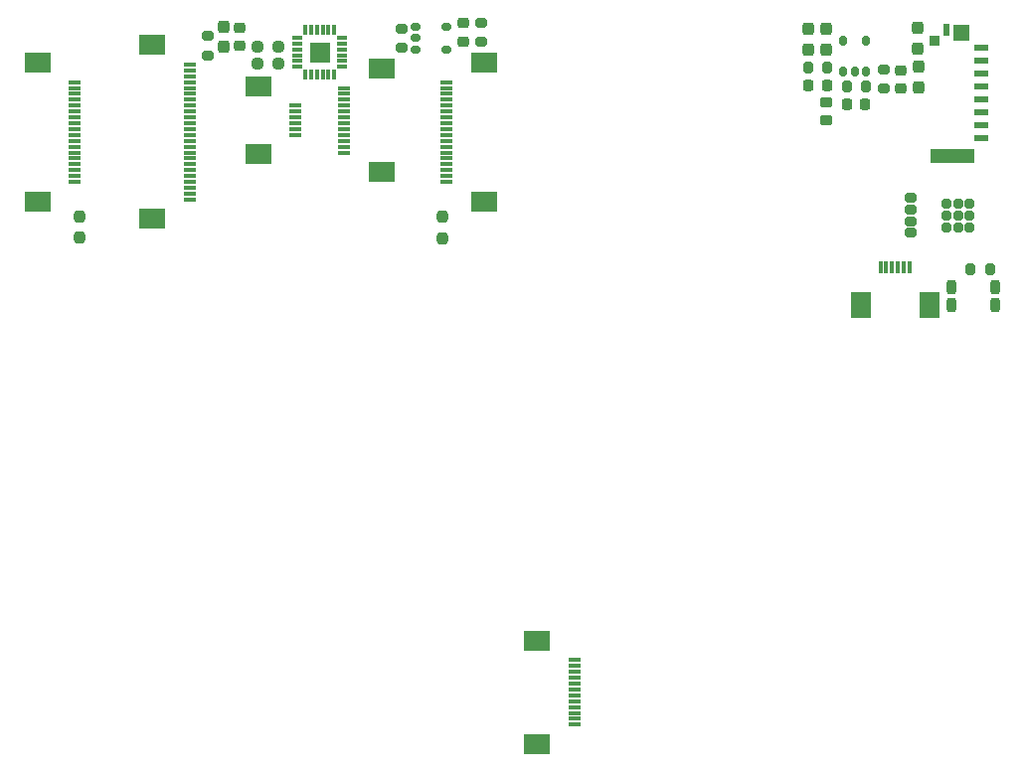
<source format=gbr>
%TF.GenerationSoftware,KiCad,Pcbnew,8.0.5*%
%TF.CreationDate,2024-12-31T14:00:23+11:00*%
%TF.ProjectId,Combined_Fabrication,436f6d62-696e-4656-945f-466162726963,rev?*%
%TF.SameCoordinates,Original*%
%TF.FileFunction,Paste,Bot*%
%TF.FilePolarity,Positive*%
%FSLAX46Y46*%
G04 Gerber Fmt 4.6, Leading zero omitted, Abs format (unit mm)*
G04 Created by KiCad (PCBNEW 8.0.5) date 2024-12-31 14:00:23*
%MOMM*%
%LPD*%
G01*
G04 APERTURE LIST*
G04 Aperture macros list*
%AMRoundRect*
0 Rectangle with rounded corners*
0 $1 Rounding radius*
0 $2 $3 $4 $5 $6 $7 $8 $9 X,Y pos of 4 corners*
0 Add a 4 corners polygon primitive as box body*
4,1,4,$2,$3,$4,$5,$6,$7,$8,$9,$2,$3,0*
0 Add four circle primitives for the rounded corners*
1,1,$1+$1,$2,$3*
1,1,$1+$1,$4,$5*
1,1,$1+$1,$6,$7*
1,1,$1+$1,$8,$9*
0 Add four rect primitives between the rounded corners*
20,1,$1+$1,$2,$3,$4,$5,0*
20,1,$1+$1,$4,$5,$6,$7,0*
20,1,$1+$1,$6,$7,$8,$9,0*
20,1,$1+$1,$8,$9,$2,$3,0*%
G04 Aperture macros list end*
%ADD10C,0.010000*%
%ADD11RoundRect,0.150000X-0.150000X0.250000X-0.150000X-0.250000X0.150000X-0.250000X0.150000X0.250000X0*%
%ADD12RoundRect,0.237500X0.237500X-0.300000X0.237500X0.300000X-0.237500X0.300000X-0.237500X-0.300000X0*%
%ADD13RoundRect,0.200000X0.200000X0.400000X-0.200000X0.400000X-0.200000X-0.400000X0.200000X-0.400000X0*%
%ADD14RoundRect,0.225000X0.250000X-0.225000X0.250000X0.225000X-0.250000X0.225000X-0.250000X-0.225000X0*%
%ADD15RoundRect,0.200000X-0.200000X-0.275000X0.200000X-0.275000X0.200000X0.275000X-0.200000X0.275000X0*%
%ADD16R,1.244600X0.609600*%
%ADD17R,3.784600X1.193800*%
%ADD18R,1.400000X1.447800*%
%ADD19R,0.609600X0.990600*%
%ADD20R,0.838200X0.939800*%
%ADD21RoundRect,0.200000X0.200000X0.275000X-0.200000X0.275000X-0.200000X-0.275000X0.200000X-0.275000X0*%
%ADD22RoundRect,0.200000X0.275000X-0.200000X0.275000X0.200000X-0.275000X0.200000X-0.275000X-0.200000X0*%
%ADD23R,1.800000X2.200000*%
%ADD24R,0.300000X1.100000*%
%ADD25RoundRect,0.200000X-0.300000X0.200000X-0.300000X-0.200000X0.300000X-0.200000X0.300000X0.200000X0*%
%ADD26RoundRect,0.200000X-0.200000X0.200000X-0.200000X-0.200000X0.200000X-0.200000X0.200000X0.200000X0*%
%ADD27RoundRect,0.225000X0.225000X0.250000X-0.225000X0.250000X-0.225000X-0.250000X0.225000X-0.250000X0*%
%ADD28RoundRect,0.135000X0.350000X-0.315000X0.350000X0.315000X-0.350000X0.315000X-0.350000X-0.315000X0*%
%ADD29R,2.200000X1.800000*%
%ADD30R,1.100000X0.300000*%
%ADD31RoundRect,0.150000X0.250000X0.150000X-0.250000X0.150000X-0.250000X-0.150000X0.250000X-0.150000X0*%
%ADD32RoundRect,0.200000X-0.275000X0.200000X-0.275000X-0.200000X0.275000X-0.200000X0.275000X0.200000X0*%
%ADD33RoundRect,0.237500X-0.250000X-0.237500X0.250000X-0.237500X0.250000X0.237500X-0.250000X0.237500X0*%
%ADD34RoundRect,0.237500X-0.237500X0.250000X-0.237500X-0.250000X0.237500X-0.250000X0.237500X0.250000X0*%
%ADD35RoundRect,0.033750X-0.101250X0.396250X-0.101250X-0.396250X0.101250X-0.396250X0.101250X0.396250X0*%
%ADD36RoundRect,0.033750X-0.396250X0.101250X-0.396250X-0.101250X0.396250X-0.101250X0.396250X0.101250X0*%
G04 APERTURE END LIST*
D10*
%TO.C,U2*%
X131820000Y-60520000D02*
X130180000Y-60520000D01*
X130180000Y-58880000D01*
X131820000Y-58880000D01*
X131820000Y-60520000D01*
G36*
X131820000Y-60520000D02*
G01*
X130180000Y-60520000D01*
X130180000Y-58880000D01*
X131820000Y-58880000D01*
X131820000Y-60520000D01*
G37*
%TD*%
D11*
%TO.C,U4*%
X177499999Y-61350001D03*
X176549999Y-61350001D03*
X175599999Y-61350001D03*
X175599999Y-58750001D03*
X177499999Y-58750001D03*
%TD*%
D12*
%TO.C,C9*%
X182000000Y-62662502D03*
X182000000Y-60937500D03*
%TD*%
D13*
%TO.C,BootSW1*%
X188500000Y-81200002D03*
X188500000Y-79700000D03*
X184800000Y-81200002D03*
X184800000Y-79700000D03*
%TD*%
D14*
%TO.C,C13*%
X180500000Y-62775000D03*
X180500000Y-61225000D03*
%TD*%
D15*
%TO.C,R2*%
X186424999Y-78200001D03*
X188074999Y-78200001D03*
%TD*%
D16*
%TO.C,J3*%
X187333899Y-59349988D03*
X187333899Y-60449989D03*
X187333898Y-61549989D03*
X187333899Y-62649990D03*
X187333899Y-63749987D03*
X187333899Y-64849988D03*
X187333899Y-65949988D03*
X187333899Y-67049988D03*
D17*
X184853592Y-68505412D03*
D18*
X185605894Y-58021600D03*
D19*
X184351093Y-57793001D03*
D20*
X183363199Y-58745500D03*
%TD*%
D21*
%TO.C,R1*%
X174225000Y-61000001D03*
X172575000Y-61000001D03*
%TD*%
D22*
%TO.C,C12*%
X179000000Y-62825000D03*
X179000000Y-61175000D03*
%TD*%
D12*
%TO.C,C7*%
X174099999Y-59462501D03*
X174099999Y-57737499D03*
%TD*%
D23*
%TO.C,U3*%
X182899999Y-81200000D03*
X177099999Y-81200000D03*
D24*
X181249999Y-78000000D03*
X180750000Y-78000000D03*
X180249999Y-78000000D03*
X179749999Y-78000000D03*
X179249998Y-78000000D03*
X178749999Y-78000000D03*
%TD*%
D25*
%TO.C,U1*%
X181349999Y-72100001D03*
X181349998Y-73100001D03*
X181349998Y-74100001D03*
D26*
X186349999Y-74600001D03*
X186349999Y-73600001D03*
X186349999Y-72600001D03*
X185349999Y-74600001D03*
X185349999Y-73600001D03*
X185349999Y-72600001D03*
X184349999Y-74600001D03*
X184349999Y-73600001D03*
X184349999Y-72600001D03*
D25*
X181349999Y-75100001D03*
%TD*%
D27*
%TO.C,C1*%
X177475000Y-64150001D03*
X175925000Y-64150001D03*
%TD*%
D28*
%TO.C,L1*%
X174099999Y-65535002D03*
X174099999Y-63965002D03*
%TD*%
D12*
%TO.C,C10*%
X181950000Y-59362502D03*
X181950000Y-57637500D03*
%TD*%
%TO.C,C8*%
X172600001Y-59462503D03*
X172600001Y-57737501D03*
%TD*%
D27*
%TO.C,C6*%
X174175000Y-62500001D03*
X172625000Y-62500001D03*
%TD*%
D21*
%TO.C,C11*%
X177524999Y-62650000D03*
X175874999Y-62650000D03*
%TD*%
D14*
%TO.C,C5*%
X143250000Y-58774999D03*
X143250000Y-57224999D03*
%TD*%
D29*
%TO.C,U9*%
X106950000Y-72400000D03*
X106950000Y-60600000D03*
D30*
X110150000Y-70750000D03*
X110150000Y-70250000D03*
X110149999Y-69750000D03*
X110150000Y-69250000D03*
X110150000Y-68750000D03*
X110150000Y-68249999D03*
X110150000Y-67750000D03*
X110150000Y-67250001D03*
X110150000Y-66750000D03*
X110150000Y-66250000D03*
X110150000Y-65749999D03*
X110150000Y-65250000D03*
X110150000Y-64750001D03*
X110150000Y-64250000D03*
X110150000Y-63750000D03*
X110149999Y-63250000D03*
X110150000Y-62750000D03*
X110150000Y-62250000D03*
%TD*%
D31*
%TO.C,U8*%
X139200000Y-59450000D03*
X139200000Y-58500000D03*
X139200000Y-57550000D03*
X141800000Y-57550000D03*
X141800000Y-59450000D03*
%TD*%
D32*
%TO.C,C3*%
X138000000Y-57675000D03*
X138000000Y-59325000D03*
%TD*%
D22*
%TO.C,R3*%
X121500000Y-59950000D03*
X121500000Y-58300000D03*
%TD*%
D29*
%TO.C,U1*%
X125749999Y-68400000D03*
X125749999Y-62600000D03*
D30*
X128949999Y-66750000D03*
X128949999Y-66250001D03*
X128949999Y-65750000D03*
X128949999Y-65250000D03*
X128949999Y-64749999D03*
X128949999Y-64250000D03*
%TD*%
D33*
%TO.C,R2*%
X125687501Y-59200000D03*
X127512501Y-59200000D03*
%TD*%
D12*
%TO.C,C2*%
X122850000Y-59237501D03*
X122850000Y-57512499D03*
%TD*%
D33*
%TO.C,R1*%
X125687500Y-60699999D03*
X127512500Y-60699999D03*
%TD*%
D34*
%TO.C,R7*%
X110550000Y-73687500D03*
X110550000Y-75512500D03*
%TD*%
D22*
%TO.C,C4*%
X144750000Y-58825000D03*
X144750000Y-57175000D03*
%TD*%
D14*
%TO.C,C1*%
X124150000Y-59150000D03*
X124150000Y-57600000D03*
%TD*%
D35*
%TO.C,U2*%
X129750000Y-57765000D03*
X130250000Y-57764999D03*
X130750000Y-57765000D03*
X131250000Y-57765000D03*
X131750000Y-57764999D03*
X132250000Y-57765000D03*
D36*
X132935000Y-58450000D03*
X132935001Y-58950000D03*
X132935000Y-59450000D03*
X132935000Y-59950000D03*
X132935001Y-60450000D03*
X132935000Y-60950000D03*
D35*
X132250000Y-61635000D03*
X131750000Y-61635001D03*
X131250000Y-61635000D03*
X130750000Y-61635000D03*
X130250000Y-61635001D03*
X129750000Y-61635000D03*
D36*
X129065000Y-60950000D03*
X129064999Y-60450000D03*
X129065000Y-59950000D03*
X129065000Y-59450000D03*
X129064999Y-58950000D03*
X129065000Y-58450000D03*
%TD*%
D29*
%TO.C,U7*%
X116750001Y-73900000D03*
X116750001Y-59100000D03*
D30*
X119950000Y-72250000D03*
X119950001Y-71750000D03*
X119950001Y-71250000D03*
X119950001Y-70750000D03*
X119950001Y-70250000D03*
X119950000Y-69750000D03*
X119950001Y-69250000D03*
X119950001Y-68750000D03*
X119950001Y-68249999D03*
X119950001Y-67750000D03*
X119950001Y-67250001D03*
X119950001Y-66750000D03*
X119950001Y-66250000D03*
X119950001Y-65749999D03*
X119950001Y-65250000D03*
X119950001Y-64750001D03*
X119950001Y-64250000D03*
X119950001Y-63750000D03*
X119950000Y-63250000D03*
X119950001Y-62750000D03*
X119950001Y-62250000D03*
X119950001Y-61750000D03*
X119950001Y-61250000D03*
X119950000Y-60750000D03*
%TD*%
D29*
%TO.C,U6*%
X145000001Y-60600000D03*
X145000001Y-72400000D03*
D30*
X141800001Y-62250000D03*
X141800001Y-62750000D03*
X141800002Y-63250000D03*
X141800001Y-63750000D03*
X141800001Y-64250000D03*
X141800001Y-64750001D03*
X141800001Y-65250000D03*
X141800001Y-65749999D03*
X141800001Y-66250000D03*
X141800001Y-66750000D03*
X141800001Y-67250001D03*
X141800001Y-67750000D03*
X141800001Y-68249999D03*
X141800001Y-68750000D03*
X141800001Y-69250000D03*
X141800002Y-69750000D03*
X141800001Y-70250000D03*
X141800001Y-70750000D03*
%TD*%
D34*
%TO.C,R6*%
X141450000Y-73737500D03*
X141450000Y-75562500D03*
%TD*%
D29*
%TO.C,U5*%
X136250000Y-61100000D03*
X136250000Y-69900000D03*
D30*
X133050000Y-62750000D03*
X133050000Y-63250000D03*
X133050000Y-63750001D03*
X133050000Y-64250000D03*
X133050000Y-64749999D03*
X133050000Y-65250000D03*
X133050000Y-65750000D03*
X133050000Y-66250001D03*
X133050000Y-66750000D03*
X133050000Y-67249999D03*
X133050000Y-67750000D03*
X133050000Y-68250000D03*
%TD*%
D29*
%TO.C,U2*%
X149500000Y-118650000D03*
X149500000Y-109850000D03*
D30*
X152700000Y-117000000D03*
X152700000Y-116500000D03*
X152700000Y-115999999D03*
X152700000Y-115500000D03*
X152700000Y-115000001D03*
X152700000Y-114500000D03*
X152700000Y-114000000D03*
X152700000Y-113499999D03*
X152700000Y-113000000D03*
X152700000Y-112500001D03*
X152700000Y-112000000D03*
X152700000Y-111500000D03*
%TD*%
M02*

</source>
